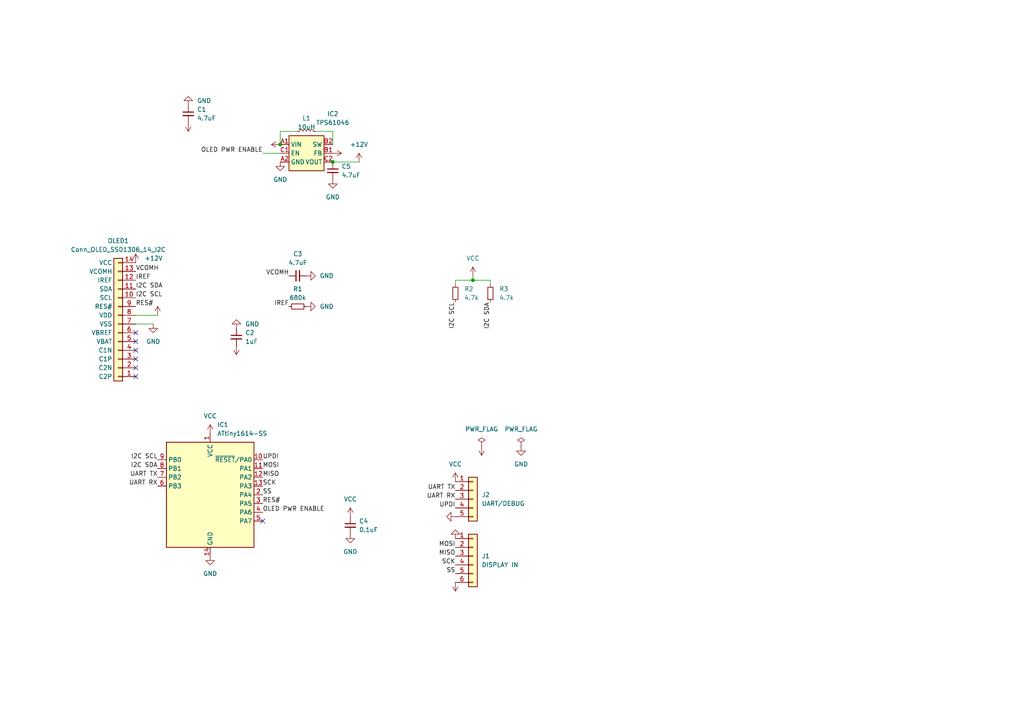
<source format=kicad_sch>
(kicad_sch (version 20230121) (generator eeschema)
  (paper "A4")
  (title_block (title "MD Sony Display") (date "2023-01-08") (company "Sir68k"))
  (lib_symbols
    (symbol "Connector_Generic:Conn_01x05" (pin_names (offset 1.016) hide)
      (property "Reference" "J" (at 0 7.62 0))
      (property "Value" "Conn_01x05" (at 0 -7.62 0))
      (symbol "Conn_01x05_1_1"
        (rectangle (start -1.27 -4.953) (end 0 -5.207) (stroke (width 0.1524)))
        (rectangle (start -1.27 -2.413) (end 0 -2.667) (stroke (width 0.1524)))
        (rectangle (start -1.27 0.127) (end 0 -0.127) (stroke (width 0.1524)))
        (rectangle (start -1.27 2.667) (end 0 2.413) (stroke (width 0.1524)))
        (rectangle (start -1.27 5.207) (end 0 4.953) (stroke (width 0.1524)))
        (rectangle (start -1.27 6.35) (end 1.27 -6.35) (stroke (width 0.254)) (fill (type background)))
        (pin passive line (at -5.08 5.08 0) (length 3.81) (name "Pin_1") (number "1"))
        (pin passive line (at -5.08 2.54 0) (length 3.81) (name "Pin_2") (number "2"))
        (pin passive line (at -5.08 0 0) (length 3.81) (name "Pin_3") (number "3"))
        (pin passive line (at -5.08 -2.54 0) (length 3.81) (name "Pin_4") (number "4"))
        (pin passive line (at -5.08 -5.08 0) (length 3.81) (name "Pin_5") (number "5"))
      )
    )
    (symbol "Connector_Generic:Conn_01x06" (pin_names (offset 1.016) hide)
      (property "Reference" "J" (at 0 7.62 0))
      (property "Value" "Conn_01x06" (at 0 -10.16 0))
      (symbol "Conn_01x06_1_1"
        (rectangle (start -1.27 -7.493) (end 0 -7.747) (stroke (width 0.1524)))
        (rectangle (start -1.27 -4.953) (end 0 -5.207) (stroke (width 0.1524)))
        (rectangle (start -1.27 -2.413) (end 0 -2.667) (stroke (width 0.1524)))
        (rectangle (start -1.27 0.127) (end 0 -0.127) (stroke (width 0.1524)))
        (rectangle (start -1.27 2.667) (end 0 2.413) (stroke (width 0.1524)))
        (rectangle (start -1.27 5.207) (end 0 4.953) (stroke (width 0.1524)))
        (rectangle (start -1.27 6.35) (end 1.27 -8.89) (stroke (width 0.254)) (fill (type background)))
        (pin passive line (at -5.08 5.08 0) (length 3.81) (name "Pin_1") (number "1"))
        (pin passive line (at -5.08 2.54 0) (length 3.81) (name "Pin_2") (number "2"))
        (pin passive line (at -5.08 0 0) (length 3.81) (name "Pin_3") (number "3"))
        (pin passive line (at -5.08 -2.54 0) (length 3.81) (name "Pin_4") (number "4"))
        (pin passive line (at -5.08 -5.08 0) (length 3.81) (name "Pin_5") (number "5"))
        (pin passive line (at -5.08 -7.62 0) (length 3.81) (name "Pin_6") (number "6"))
      )
    )
    (symbol "Connector_Generic:Conn_OLED_SSD1306_14_I2C" (pin_names (offset 3))
      (property "Reference" "OLED" (at 0 17.78 0))
      (property "Value" "Conn_OLED_SSD1306_14_I2C" (at 0 -20.32 0))
      (symbol "Conn_OLED_SSD1306_14_I2C_1_1"
        (rectangle (start -1.27 -17.653) (end 0 -17.907) (stroke (width 0.1524)))
        (rectangle (start -1.27 -15.113) (end 0 -15.367) (stroke (width 0.1524)))
        (rectangle (start -1.27 -12.573) (end 0 -12.827) (stroke (width 0.1524)))
        (rectangle (start -1.27 -10.033) (end 0 -10.287) (stroke (width 0.1524)))
        (rectangle (start -1.27 -7.493) (end 0 -7.747) (stroke (width 0.1524)))
        (rectangle (start -1.27 -4.953) (end 0 -5.207) (stroke (width 0.1524)))
        (rectangle (start -1.27 -2.413) (end 0 -2.667) (stroke (width 0.1524)))
        (rectangle (start -1.27 0.127) (end 0 -0.127) (stroke (width 0.1524)))
        (rectangle (start -1.27 2.667) (end 0 2.413) (stroke (width 0.1524)))
        (rectangle (start -1.27 5.207) (end 0 4.953) (stroke (width 0.1524)))
        (rectangle (start -1.27 7.747) (end 0 7.493) (stroke (width 0.1524)))
        (rectangle (start -1.27 10.287) (end 0 10.033) (stroke (width 0.1524)))
        (rectangle (start -1.27 12.827) (end 0 12.573) (stroke (width 0.1524)))
        (rectangle (start -1.27 15.367) (end 0 15.113) (stroke (width 0.1524)))
        (rectangle (start -1.27 16.51) (end 1.27 -19.05) (stroke (width 0.254)) (fill (type background)))
        (pin passive line (at -5.08 15.24 0) (length 3.81) (name "C2P") (number "1"))
        (pin input line (at -5.08 -7.62 0) (length 3.81) (name "SCL") (number "10"))
        (pin bidirectional line (at -5.08 -10.16 0) (length 3.81) (name "SDA") (number "11"))
        (pin input line (at -5.08 -12.7 0) (length 3.81) (name "IREF") (number "12"))
        (pin input line (at -5.08 -15.24 0) (length 3.81) (name "VCOMH") (number "13"))
        (pin power_in line (at -5.08 -17.78 0) (length 3.81) (name "VCC") (number "14"))
        (pin passive line (at -5.08 12.7 0) (length 3.81) (name "C2N") (number "2"))
        (pin passive line (at -5.08 10.16 0) (length 3.81) (name "C1P") (number "3"))
        (pin passive line (at -5.08 7.62 0) (length 3.81) (name "C1N") (number "4"))
        (pin power_in line (at -5.08 5.08 0) (length 3.81) (name "VBAT") (number "5"))
        (pin input line (at -5.08 2.54 0) (length 3.81) (name "VBREF") (number "6"))
        (pin power_in line (at -5.08 0 0) (length 3.81) (name "VSS") (number "7"))
        (pin power_in line (at -5.08 -2.54 0) (length 3.81) (name "VDD") (number "8"))
        (pin input line (at -5.08 -5.08 0) (length 3.81) (name "RES#") (number "9"))
      )
    )
    (symbol "Device:C_Small" (pin_numbers hide) (pin_names (offset 0.254) hide)
      (property "Reference" "C" (at 0.254 1.778 0))
      (property "Value" "C_Small" (at 0.254 -2.032 0))
      (symbol "C_Small_0_1"
        (polyline (pts (xy -1.524 -0.508) (xy 1.524 -0.508)) (stroke (width 0.3302)))
        (polyline (pts (xy -1.524 0.508) (xy 1.524 0.508)) (stroke (width 0.3048)))
      )
      (symbol "C_Small_1_1"
        (pin passive line (at 0 2.54 270) (length 2.032) (name "~") (number "1"))
        (pin passive line (at 0 -2.54 90) (length 2.032) (name "~") (number "2"))
      )
    )
    (symbol "Device:L_Small" (pin_numbers hide) (pin_names (offset 0.254) hide)
      (property "Reference" "L" (at 0.762 1.016 0))
      (property "Value" "L_Small" (at 0.762 -1.016 0))
      (symbol "L_Small_0_1"
        (arc (start 0 -2.032) (mid 0.5058 -1.524) (end 0 -1.016))
        (arc (start 0 -1.016) (mid 0.5058 -0.508) (end 0 0))
        (arc (start 0 0) (mid 0.5058 0.508) (end 0 1.016))
        (arc (start 0 1.016) (mid 0.5058 1.524) (end 0 2.032))
      )
      (symbol "L_Small_1_1"
        (pin passive line (at 0 2.54 270) (length 0.508) (name "~") (number "1"))
        (pin passive line (at 0 -2.54 90) (length 0.508) (name "~") (number "2"))
      )
    )
    (symbol "Device:R_Small" (pin_numbers hide) (pin_names (offset 0.254) hide)
      (property "Reference" "R" (at 0.762 0.508 0))
      (property "Value" "R_Small" (at 0.762 -1.016 0))
      (symbol "R_Small_0_1"
        (rectangle (start -0.762 1.778) (end 0.762 -1.778) (stroke (width 0.2032)))
      )
      (symbol "R_Small_1_1"
        (pin passive line (at 0 2.54 270) (length 0.762) (name "~") (number "1"))
        (pin passive line (at 0 -2.54 90) (length 0.762) (name "~") (number "2"))
      )
    )
    (symbol "MCU_Microchip_ATtiny:ATtiny1614-SS"
      (property "Reference" "U" (at -12.7 16.51 0))
      (property "Value" "ATtiny1614-SS" (at 2.54 -16.51 0))
      (symbol "ATtiny1614-SS_0_1"
        (rectangle (start -12.7 -15.24) (end 12.7 15.24) (stroke (width 0.254)) (fill (type background)))
      )
      (symbol "ATtiny1614-SS_1_1"
        (pin power_in line (at 0 17.78 270) (length 2.54) (name "VCC") (number "1"))
        (pin bidirectional line (at 15.24 10.16 180) (length 2.54) (name "~{RESET}/PA0") (number "10"))
        (pin bidirectional line (at 15.24 7.62 180) (length 2.54) (name "PA1") (number "11"))
        (pin bidirectional line (at 15.24 5.08 180) (length 2.54) (name "PA2") (number "12"))
        (pin bidirectional line (at 15.24 2.54 180) (length 2.54) (name "PA3") (number "13"))
        (pin power_in line (at 0 -17.78 90) (length 2.54) (name "GND") (number "14"))
        (pin bidirectional line (at 15.24 0 180) (length 2.54) (name "PA4") (number "2"))
        (pin bidirectional line (at 15.24 -2.54 180) (length 2.54) (name "PA5") (number "3"))
        (pin bidirectional line (at 15.24 -5.08 180) (length 2.54) (name "PA6") (number "4"))
        (pin bidirectional line (at 15.24 -7.62 180) (length 2.54) (name "PA7") (number "5"))
        (pin bidirectional line (at -15.24 2.54 0) (length 2.54) (name "PB3") (number "6"))
        (pin bidirectional line (at -15.24 5.08 0) (length 2.54) (name "PB2") (number "7"))
        (pin bidirectional line (at -15.24 7.62 0) (length 2.54) (name "PB1") (number "8"))
        (pin bidirectional line (at -15.24 10.16 0) (length 2.54) (name "PB0") (number "9"))
      )
    )
    (symbol "Regulator_Switching:TPS61046"
      (property "Reference" "U" (at -5.08 6.35 0))
      (property "Value" "TPS61046" (at 0 6.35 0))
      (symbol "TPS61046_0_1"
        (rectangle (start -5.08 5.08) (end 5.08 -5.08) (stroke (width 0.254)) (fill (type background)))
      )
      (symbol "TPS61046_1_1"
        (pin power_in line (at -7.62 2.54 0) (length 2.54) (name "VIN") (number "A1"))
        (pin power_in line (at -7.62 -2.54 0) (length 2.54) (name "GND") (number "A2"))
        (pin input line (at 7.62 0 180) (length 2.54) (name "FB") (number "B1"))
        (pin power_out line (at 7.62 2.54 180) (length 2.54) (name "SW") (number "B2"))
        (pin input line (at -7.62 0 0) (length 2.54) (name "EN") (number "C1"))
        (pin power_out line (at 7.62 -2.54 180) (length 2.54) (name "VOUT") (number "C2"))
      )
    )
    (symbol "power:+12V" (power) (pin_names (offset 0))
      (property "Value" "+12V" (at 0 3.556 0))
      (symbol "+12V_0_1"
        (polyline (pts (xy -0.762 1.27) (xy 0 2.54)))
        (polyline (pts (xy 0 0) (xy 0 2.54)))
        (polyline (pts (xy 0 2.54) (xy 0.762 1.27)))
      )
      (symbol "+12V_1_1"
        (pin power_in line (at 0 0 90) (length 0) hide (name "+12V") (number "1"))
      )
    )
    (symbol "power:GND" (power) (pin_names (offset 0))
      (property "Value" "GND" (at 0 -3.81 0))
      (symbol "GND_0_1"
        (polyline (pts (xy 0 0) (xy 0 -1.27) (xy 1.27 -1.27) (xy 0 -2.54) (xy -1.27 -1.27) (xy 0 -1.27)))
      )
      (symbol "GND_1_1"
        (pin power_in line (at 0 0 270) (length 0) hide (name "GND") (number "1"))
      )
    )
    (symbol "power:PWR_FLAG" (power) (pin_numbers hide) (pin_names (offset 0) hide)
      (property "Value" "PWR_FLAG" (at 0 3.81 0))
      (symbol "PWR_FLAG_0_0"
        (pin power_out line (at 0 0 90) (length 0) (name "pwr") (number "1"))
      )
      (symbol "PWR_FLAG_0_1"
        (polyline (pts (xy 0 0) (xy 0 1.27) (xy -1.016 1.905) (xy 0 2.54) (xy 1.016 1.905) (xy 0 1.27)))
      )
    )
    (symbol "power:VCC" (power) (pin_names (offset 0))
      (property "Value" "VCC" (at 0 3.81 0))
      (symbol "VCC_0_1"
        (polyline (pts (xy -0.762 1.27) (xy 0 2.54)))
        (polyline (pts (xy 0 0) (xy 0 2.54)))
        (polyline (pts (xy 0 2.54) (xy 0.762 1.27)))
      )
      (symbol "VCC_1_1"
        (pin power_in line (at 0 0 90) (length 0) hide (name "VCC") (number "1"))
      )
    )
  )
  (junction (at 137.16 81.28))
  (junction (at 81.28 41.91))
  (junction (at 96.52 46.99))
  (no_connect (at 39.37 104.14))
  (no_connect (at 76.2 151.13))
  (no_connect (at 39.37 109.22))
  (no_connect (at 39.37 101.6))
  (no_connect (at 39.37 106.68))
  (no_connect (at 39.37 99.06))
  (no_connect (at 39.37 96.52))
  (wire (pts (xy 132.08 82.55) (xy 132.08 81.28)))
  (wire (pts (xy 76.2 44.45) (xy 81.28 44.45)))
  (wire (pts (xy 91.44 38.1) (xy 96.52 38.1)))
  (wire (pts (xy 96.52 46.99) (xy 104.14 46.99)))
  (wire (pts (xy 142.24 82.55) (xy 142.24 81.28)))
  (wire (pts (xy 142.24 81.28) (xy 137.16 81.28)))
  (wire (pts (xy 137.16 80.01) (xy 137.16 81.28)))
  (wire (pts (xy 96.52 38.1) (xy 96.52 41.91)))
  (wire (pts (xy 132.08 81.28) (xy 137.16 81.28)))
  (wire (pts (xy 44.45 93.98) (xy 39.37 93.98)))
  (wire (pts (xy 81.28 38.1) (xy 81.28 41.91)))
  (wire (pts (xy 45.72 91.44) (xy 39.37 91.44)))
  (wire (pts (xy 86.36 38.1) (xy 81.28 38.1)))
  (label "I2C SCL" (at 45.72 133.35 180))
  (label "UPDI" (at 76.2 133.35 0))
  (label "OLED PWR ENABLE" (at 76.2 148.59 0))
  (label "MISO" (at 132.08 161.29 180))
  (label "VCOMH" (at 83.82 80.01 180))
  (label "SCK" (at 76.2 140.97 0))
  (label "UART RX" (at 45.72 140.97 180))
  (label "MOSI" (at 132.08 158.75 180))
  (label "I2C SCL" (at 39.37 86.36 0))
  (label "I2C SDA" (at 45.72 135.89 180))
  (label "SS" (at 132.08 166.37 180))
  (label "UART RX" (at 132.08 144.78 180))
  (label "MISO" (at 76.2 138.43 0))
  (label "IREF" (at 83.82 88.9 180))
  (label "UART TX" (at 132.08 142.24 180))
  (label "RES#" (at 39.37 88.9 0))
  (label "SCK" (at 132.08 163.83 180))
  (label "VCOMH" (at 39.37 78.74 0))
  (label "IREF" (at 39.37 81.28 0))
  (label "SS" (at 76.2 143.51 0))
  (label "OLED PWR ENABLE" (at 76.2 44.45 180))
  (label "UART TX" (at 45.72 138.43 180))
  (label "UPDI" (at 132.08 147.32 180))
  (label "MOSI" (at 76.2 135.89 0))
  (label "I2C SCL" (at 132.08 87.63 270))
  (label "I2C SDA" (at 39.37 83.82 0))
  (label "I2C SDA" (at 142.24 87.63 270))
  (label "RES#" (at 76.2 146.05 0))
  (symbol (lib_id "Device:R_Small") (at 132.08 85.09 0) (unit 1)
    (property "Reference" "R2" (at 134.62 83.8199 0) (effects (justify left)))
    (property "Value" "4.7k" (at 134.62 86.3599 0) (effects (justify left)))
    (property "Footprint" "Resistor_SMD:R_0402_1005Metric" (effects hide))
  )
  (symbol (lib_id "power:GND") (at 68.58 95.25 180) (unit 1)
    (property "Reference" "#PWR0112" (effects hide))
    (property "Value" "GND" (at 71.12 93.9799 0) (effects (justify right)))
  )
  (symbol (lib_id "Connector_Generic:Conn_OLED_SSD1306_14_I2C") (at 34.29 93.98 180) (unit 1)
    (property "Reference" "OLED1" (at 34.29 69.85 0))
    (property "Value" "Conn_OLED_SSD1306_14_I2C" (at 34.29 72.39 0))
    (property "Footprint" "Connector:Connector_OLED_SSD1306_UT-0206-P02" (effects hide))
  )
  (symbol (lib_id "power:GND") (at 81.28 46.99 0) (unit 1)
    (property "Reference" "#PWR0121" (effects hide))
    (property "Value" "GND" (at 81.28 52.07 0))
  )
  (symbol (lib_id "power:PWR_FLAG") (at 151.13 129.54 0) (unit 1)
    (property "Reference" "#FLG0102" (effects hide))
    (property "Value" "PWR_FLAG" (at 151.13 124.46 0))
  )
  (symbol (lib_id "Device:C_Small") (at 54.61 33.02 0) (unit 1)
    (property "Reference" "C1" (at 57.15 31.7562 0) (effects (justify left)))
    (property "Value" "4.7uF" (at 57.15 34.2962 0) (effects (justify left)))
    (property "Footprint" "Capacitor_SMD:C_0603_1608Metric" (effects hide))
  )
  (symbol (lib_id "Connector_Generic:Conn_01x05") (at 137.16 144.78 0) (unit 1)
    (property "Reference" "J2" (at 139.7 143.5099 0) (effects (justify left)))
    (property "Value" "UART/DEBUG" (at 139.7 146.0499 0) (effects (justify left)))
    (property "Footprint" "Connector_PinHeader_1.00mm:PinHeader_1x05_P1.00mm_Vertical" (effects hide))
  )
  (symbol (lib_id "power:+12V") (at 39.37 76.2 0) (unit 1)
    (property "Reference" "#PWR0103" (effects hide))
    (property "Value" "+12V" (at 41.91 74.9299 0) (effects (justify left)))
  )
  (symbol (lib_id "power:VCC") (at 60.96 125.73 0) (unit 1)
    (property "Reference" "#PWR0101" (effects hide))
    (property "Value" "VCC" (at 60.96 120.65 0))
  )
  (symbol (lib_id "Device:R_Small") (at 142.24 85.09 0) (unit 1)
    (property "Reference" "R3" (at 144.78 83.8199 0) (effects (justify left)))
    (property "Value" "4.7k" (at 144.78 86.36 0) (effects (justify left)))
    (property "Footprint" "Resistor_SMD:R_0402_1005Metric" (effects hide))
  )
  (symbol (lib_id "power:VCC") (at 45.72 91.44 0) (unit 1)
    (property "Reference" "#PWR0116" (effects hide))
    (property "Value" "VCC" (effects hide))
  )
  (symbol (lib_id "power:VCC") (at 81.28 41.91 90) (unit 1)
    (property "Reference" "#PWR0104" (effects hide))
    (property "Value" "VCC" (effects hide))
  )
  (symbol (lib_id "power:GND") (at 101.6 154.94 0) (unit 1)
    (property "Reference" "#PWR0108" (effects hide))
    (property "Value" "GND" (at 101.6 160.02 0))
  )
  (symbol (lib_id "power:VCC") (at 139.7 129.54 180) (unit 1)
    (property "Reference" "#PWR0123" (effects hide))
    (property "Value" "VCC" (effects hide))
  )
  (symbol (lib_id "Device:C_Small") (at 68.58 97.79 0) (unit 1)
    (property "Reference" "C2" (at 71.12 96.5262 0) (effects (justify left)))
    (property "Value" "1uF" (at 71.12 99.0662 0) (effects (justify left)))
    (property "Footprint" "Capacitor_SMD:C_0603_1608Metric" (effects hide))
  )
  (symbol (lib_id "power:VCC") (at 132.08 168.91 180) (unit 1)
    (property "Reference" "#PWR0106" (effects hide))
    (property "Value" "VCC" (effects hide))
  )
  (symbol (lib_id "power:GND") (at 132.08 149.86 270) (unit 1)
    (property "Reference" "#PWR0110" (effects hide))
    (property "Value" "GND" (effects hide))
  )
  (symbol (lib_id "power:+12V") (at 104.14 46.99 0) (unit 1)
    (property "Reference" "#PWR0120" (effects hide))
    (property "Value" "+12V" (at 104.14 41.91 0))
  )
  (symbol (lib_id "Regulator_Switching:TPS61046") (at 88.9 44.45 0) (unit 1)
    (property "Reference" "IC2" (at 96.52 33.02 0))
    (property "Value" "TPS61046" (at 96.52 35.56 0))
    (property "Footprint" "Package_BGA:Texas_DSBGA-6_0.95x1.488mm_Layout2x3_P0.4mm" (effects hide))
  )
  (symbol (lib_id "Connector_Generic:Conn_01x06") (at 137.16 161.29 0) (unit 1)
    (property "Reference" "J1" (at 139.7 161.2899 0) (effects (justify left)))
    (property "Value" "DISPLAY IN" (at 139.7 163.8299 0) (effects (justify left)))
    (property "Footprint" "Connector_PinHeader_1.00mm:PinHeader_1x06_P1.00mm_Vertical" (effects hide))
  )
  (symbol (lib_id "Device:C_Small") (at 101.6 152.4 0) (unit 1)
    (property "Reference" "C4" (at 104.14 151.1362 0) (effects (justify left)))
    (property "Value" "0.1uF" (at 104.14 153.6762 0) (effects (justify left)))
    (property "Footprint" "Capacitor_SMD:C_0402_1005Metric" (effects hide))
  )
  (symbol (lib_id "power:VCC") (at 96.52 44.45 270) (unit 1)
    (property "Reference" "#PWR0105" (effects hide))
    (property "Value" "VCC" (effects hide))
  )
  (symbol (lib_id "power:GND") (at 54.61 30.48 180) (unit 1)
    (property "Reference" "#PWR0119" (effects hide))
    (property "Value" "GND" (at 57.15 29.2099 0) (effects (justify right)))
  )
  (symbol (lib_id "power:GND") (at 60.96 161.29 0) (unit 1)
    (property "Reference" "#PWR0111" (effects hide))
    (property "Value" "GND" (at 60.96 166.37 0))
  )
  (symbol (lib_id "power:PWR_FLAG") (at 139.7 129.54 0) (unit 1)
    (property "Reference" "#FLG0101" (effects hide))
    (property "Value" "PWR_FLAG" (at 139.7 124.46 0))
  )
  (symbol (lib_id "Device:R_Small") (at 86.36 88.9 90) (unit 1)
    (property "Reference" "R1" (at 86.36 83.82 90))
    (property "Value" "680k" (at 86.36 86.36 90))
    (property "Footprint" "Resistor_SMD:R_0603_1608Metric" (effects hide))
  )
  (symbol (lib_id "power:VCC") (at 101.6 149.86 0) (unit 1)
    (property "Reference" "#PWR0109" (effects hide))
    (property "Value" "VCC" (at 101.6 144.78 0))
  )
  (symbol (lib_id "MCU_Microchip_ATtiny:ATtiny1614-SS") (at 60.96 143.51 0) (unit 1)
    (property "Reference" "IC1" (at 62.9794 123.19 0) (effects (justify left)))
    (property "Value" "ATtiny1614-SS" (at 62.9794 125.73 0) (effects (justify left)))
    (property "Footprint" "Package_SO:SOIC-14_3.9x8.7mm_P1.27mm" (effects hide))
    (property "Datasheet" "http://ww1.microchip.com/downloads/en/DeviceDoc/ATtiny1614-data-sheet-40001995A.pdf" (effects hide))
  )
  (symbol (lib_id "power:VCC") (at 68.58 100.33 180) (unit 1)
    (property "Reference" "#PWR0113" (effects hide))
    (property "Value" "VCC" (effects hide))
  )
  (symbol (lib_id "Device:C_Small") (at 86.36 80.01 90) (unit 1)
    (property "Reference" "C3" (at 86.3663 73.66 90))
    (property "Value" "4.7uF" (at 86.3663 76.2 90))
    (property "Footprint" "Capacitor_SMD:C_0603_1608Metric" (effects hide))
  )
  (symbol (lib_id "power:VCC") (at 132.08 139.7 0) (unit 1)
    (property "Reference" "#PWR0125" (effects hide))
    (property "Value" "VCC" (at 132.08 134.62 0))
  )
  (symbol (lib_id "power:GND") (at 96.52 52.07 0) (unit 1)
    (property "Reference" "#PWR0117" (effects hide))
    (property "Value" "GND" (at 96.52 57.15 0))
  )
  (symbol (lib_id "power:GND") (at 132.08 156.21 180) (unit 1)
    (property "Reference" "#PWR0107" (effects hide))
    (property "Value" "GND" (effects hide))
  )
  (symbol (lib_id "power:GND") (at 88.9 88.9 90) (unit 1)
    (property "Reference" "#PWR0114" (effects hide))
    (property "Value" "GND" (at 92.71 88.8999 90) (effects (justify right)))
  )
  (symbol (lib_id "Device:L_Small") (at 88.9 38.1 90) (unit 1)
    (property "Reference" "L1" (at 88.9 34.29 90))
    (property "Value" "10uH" (at 88.9 36.83 90))
    (property "Footprint" "Inductor_SMD:L_1008_2520Metric" (effects hide))
  )
  (symbol (lib_id "power:GND") (at 44.45 93.98 0) (unit 1)
    (property "Reference" "#PWR0102" (effects hide))
    (property "Value" "GND" (at 44.45 99.06 0))
  )
  (symbol (lib_id "power:VCC") (at 137.16 80.01 0) (unit 1)
    (property "Reference" "#PWR01" (effects hide))
    (property "Value" "VCC" (at 137.16 74.93 0))
  )
  (symbol (lib_id "Device:C_Small") (at 96.52 49.53 0) (unit 1)
    (property "Reference" "C5" (at 99.06 48.2662 0) (effects (justify left)))
    (property "Value" "4.7uF" (at 99.06 50.8062 0) (effects (justify left)))
    (property "Footprint" "Capacitor_SMD:C_0603_1608Metric" (effects hide))
  )
  (symbol (lib_id "power:GND") (at 151.13 129.54 0) (unit 1)
    (property "Reference" "#PWR0122" (effects hide))
    (property "Value" "GND" (at 151.13 134.62 0))
  )
  (symbol (lib_id "power:GND") (at 88.9 80.01 90) (unit 1)
    (property "Reference" "#PWR0115" (effects hide))
    (property "Value" "GND" (at 92.71 80.0099 90) (effects (justify right)))
  )
  (symbol (lib_id "power:VCC") (at 54.61 35.56 180) (unit 1)
    (property "Reference" "#PWR0118" (effects hide))
    (property "Value" "VCC" (effects hide))
  )
)
</source>
